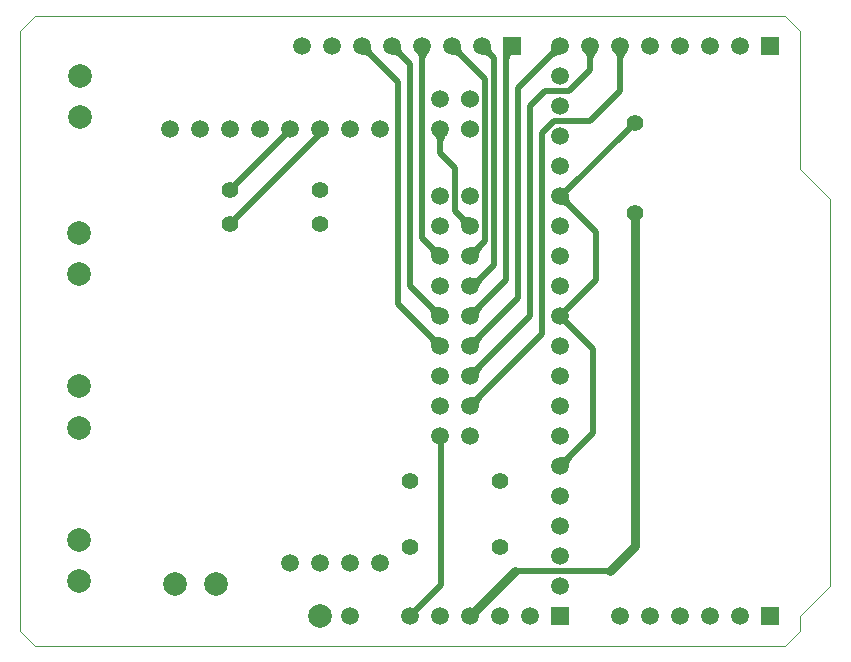
<source format=gbl>
G04*
G04 #@! TF.GenerationSoftware,Altium Limited,Altium Designer,18.0.7 (293)*
G04*
G04 Layer_Physical_Order=4*
G04 Layer_Color=16711680*
%FSLAX25Y25*%
%MOIN*%
G70*
G01*
G75*
%ADD13C,0.00050*%
%ADD14C,0.00051*%
%ADD20C,0.03000*%
%ADD21C,0.02000*%
%ADD22C,0.05906*%
%ADD23C,0.06000*%
%ADD24R,0.05906X0.05906*%
%ADD25C,0.05512*%
%ADD26C,0.07874*%
G36*
X153924Y102510D02*
X153737Y102308D01*
X153570Y102095D01*
X153422Y101873D01*
X153295Y101640D01*
X153188Y101397D01*
X153101Y101144D01*
X153034Y100880D01*
X152987Y100607D01*
X152960Y100323D01*
X152953Y100030D01*
X150030Y102953D01*
X150323Y102960D01*
X150607Y102987D01*
X150880Y103034D01*
X151144Y103101D01*
X151397Y103188D01*
X151640Y103295D01*
X151873Y103422D01*
X152095Y103570D01*
X152308Y103737D01*
X152510Y103924D01*
X153924Y102510D01*
D02*
G37*
G36*
X137692Y103737D02*
X137905Y103570D01*
X138128Y103422D01*
X138360Y103295D01*
X138603Y103188D01*
X138856Y103101D01*
X139120Y103034D01*
X139393Y102987D01*
X139677Y102960D01*
X139971Y102953D01*
X137047Y100030D01*
X137040Y100323D01*
X137013Y100607D01*
X136966Y100880D01*
X136899Y101144D01*
X136812Y101397D01*
X136705Y101640D01*
X136577Y101873D01*
X136430Y102095D01*
X136263Y102308D01*
X136076Y102510D01*
X137490Y103924D01*
X137692Y103737D01*
D02*
G37*
G36*
X153924Y92510D02*
X153737Y92308D01*
X153570Y92095D01*
X153422Y91873D01*
X153295Y91640D01*
X153188Y91397D01*
X153101Y91144D01*
X153034Y90880D01*
X152987Y90607D01*
X152960Y90323D01*
X152953Y90030D01*
X150030Y92953D01*
X150323Y92960D01*
X150607Y92987D01*
X150880Y93034D01*
X151144Y93101D01*
X151397Y93188D01*
X151640Y93295D01*
X151873Y93423D01*
X152095Y93570D01*
X152308Y93737D01*
X152510Y93924D01*
X153924Y92510D01*
D02*
G37*
G36*
Y82510D02*
X153737Y82308D01*
X153570Y82095D01*
X153422Y81872D01*
X153295Y81640D01*
X153188Y81397D01*
X153101Y81143D01*
X153034Y80880D01*
X152987Y80607D01*
X152960Y80323D01*
X152953Y80029D01*
X150030Y82953D01*
X150323Y82960D01*
X150607Y82987D01*
X150880Y83034D01*
X151144Y83101D01*
X151397Y83188D01*
X151640Y83295D01*
X151873Y83422D01*
X152095Y83570D01*
X152308Y83737D01*
X152510Y83924D01*
X153924Y82510D01*
D02*
G37*
G36*
X183924Y62510D02*
X183737Y62308D01*
X183570Y62095D01*
X183423Y61873D01*
X183295Y61640D01*
X183188Y61397D01*
X183101Y61143D01*
X183034Y60880D01*
X182987Y60607D01*
X182960Y60323D01*
X182953Y60030D01*
X180029Y62953D01*
X180323Y62960D01*
X180607Y62987D01*
X180880Y63034D01*
X181143Y63101D01*
X181397Y63188D01*
X181640Y63295D01*
X181872Y63423D01*
X182095Y63570D01*
X182308Y63737D01*
X182510Y63924D01*
X183924Y62510D01*
D02*
G37*
G36*
X137490Y113924D02*
X137692Y113737D01*
X137905Y113570D01*
X138128Y113423D01*
X138360Y113295D01*
X138603Y113188D01*
X138856Y113101D01*
X139120Y113034D01*
X139393Y112987D01*
X139677Y112960D01*
X139971Y112953D01*
X137047Y110029D01*
X137040Y110323D01*
X137013Y110607D01*
X136966Y110880D01*
X136899Y111144D01*
X136812Y111397D01*
X136705Y111640D01*
X136577Y111872D01*
X136430Y112095D01*
X136263Y112308D01*
X136076Y112510D01*
X137490Y113924D01*
D02*
G37*
G36*
X153924Y112510D02*
X153737Y112308D01*
X153570Y112095D01*
X153422Y111872D01*
X153295Y111640D01*
X153188Y111397D01*
X153101Y111144D01*
X153034Y110880D01*
X152987Y110607D01*
X152960Y110323D01*
X152953Y110029D01*
X150030Y112953D01*
X150323Y112960D01*
X150607Y112987D01*
X150880Y113034D01*
X151144Y113101D01*
X151397Y113188D01*
X151640Y113295D01*
X151873Y113423D01*
X152095Y113570D01*
X152308Y113737D01*
X152510Y113924D01*
X153924Y112510D01*
D02*
G37*
G36*
X154164Y121749D02*
X153982Y121556D01*
X153812Y121352D01*
X153653Y121137D01*
X153507Y120911D01*
X153372Y120673D01*
X153249Y120425D01*
X153138Y120166D01*
X153038Y119895D01*
X152874Y119322D01*
X150736Y122860D01*
X151004Y122803D01*
X151266Y122775D01*
X151522Y122774D01*
X151770Y122800D01*
X152013Y122854D01*
X152248Y122936D01*
X152477Y123045D01*
X152699Y123181D01*
X152914Y123346D01*
X153123Y123538D01*
X154164Y121749D01*
D02*
G37*
G36*
X137490Y133924D02*
X137692Y133737D01*
X137905Y133570D01*
X138128Y133423D01*
X138360Y133295D01*
X138603Y133188D01*
X138856Y133101D01*
X139120Y133034D01*
X139393Y132987D01*
X139677Y132960D01*
X139971Y132953D01*
X137047Y130029D01*
X137040Y130323D01*
X137013Y130607D01*
X136966Y130880D01*
X136899Y131143D01*
X136812Y131397D01*
X136705Y131640D01*
X136577Y131872D01*
X136430Y132095D01*
X136263Y132308D01*
X136076Y132510D01*
X137490Y133924D01*
D02*
G37*
G36*
X147490Y143924D02*
X147692Y143737D01*
X147905Y143570D01*
X148127Y143422D01*
X148360Y143295D01*
X148603Y143188D01*
X148856Y143101D01*
X149120Y143034D01*
X149393Y142987D01*
X149677Y142960D01*
X149970Y142953D01*
X147047Y140030D01*
X147040Y140323D01*
X147013Y140607D01*
X146966Y140880D01*
X146899Y141144D01*
X146812Y141397D01*
X146705Y141640D01*
X146578Y141873D01*
X146430Y142095D01*
X146263Y142308D01*
X146076Y142510D01*
X147490Y143924D01*
D02*
G37*
G36*
X153924Y132510D02*
X153737Y132308D01*
X153570Y132095D01*
X153422Y131872D01*
X153295Y131640D01*
X153188Y131397D01*
X153101Y131143D01*
X153034Y130880D01*
X152987Y130607D01*
X152960Y130323D01*
X152953Y130029D01*
X150030Y132953D01*
X150323Y132960D01*
X150607Y132987D01*
X150880Y133034D01*
X151144Y133101D01*
X151397Y133188D01*
X151640Y133295D01*
X151873Y133423D01*
X152095Y133570D01*
X152308Y133737D01*
X152510Y133924D01*
X153924Y132510D01*
D02*
G37*
G36*
X116510Y196076D02*
X116308Y196263D01*
X116095Y196430D01*
X115873Y196578D01*
X115640Y196705D01*
X115397Y196812D01*
X115144Y196899D01*
X114880Y196966D01*
X114607Y197013D01*
X114323Y197040D01*
X114030Y197047D01*
X116953Y199970D01*
X116960Y199677D01*
X116987Y199393D01*
X117034Y199120D01*
X117101Y198856D01*
X117188Y198603D01*
X117295Y198360D01*
X117422Y198127D01*
X117570Y197905D01*
X117737Y197692D01*
X117924Y197490D01*
X116510Y196076D01*
D02*
G37*
G36*
X126510D02*
X126308Y196263D01*
X126095Y196430D01*
X125873Y196578D01*
X125640Y196705D01*
X125397Y196812D01*
X125144Y196899D01*
X124880Y196966D01*
X124607Y197013D01*
X124323Y197040D01*
X124030Y197047D01*
X126953Y199970D01*
X126960Y199677D01*
X126987Y199393D01*
X127034Y199120D01*
X127101Y198856D01*
X127188Y198603D01*
X127295Y198360D01*
X127422Y198127D01*
X127570Y197905D01*
X127737Y197692D01*
X127924Y197490D01*
X126510Y196076D01*
D02*
G37*
G36*
X133000Y195450D02*
X132989Y195726D01*
X132957Y195994D01*
X132904Y196256D01*
X132829Y196511D01*
X132733Y196758D01*
X132616Y196999D01*
X132477Y197232D01*
X132317Y197459D01*
X132136Y197679D01*
X131933Y197891D01*
X136067D01*
X135864Y197679D01*
X135683Y197459D01*
X135523Y197232D01*
X135384Y196999D01*
X135267Y196758D01*
X135171Y196511D01*
X135096Y196256D01*
X135043Y195994D01*
X135011Y195726D01*
X135000Y195450D01*
X133000D01*
D02*
G37*
G36*
X139000Y167891D02*
X138989Y168167D01*
X138957Y168435D01*
X138904Y168697D01*
X138829Y168951D01*
X138733Y169199D01*
X138616Y169440D01*
X138477Y169673D01*
X138317Y169900D01*
X138136Y170120D01*
X137933Y170332D01*
X142067D01*
X141864Y170120D01*
X141683Y169900D01*
X141523Y169673D01*
X141384Y169440D01*
X141267Y169199D01*
X141171Y168951D01*
X141096Y168697D01*
X141043Y168435D01*
X141011Y168167D01*
X141000Y167891D01*
X139000D01*
D02*
G37*
G36*
X146510Y196076D02*
X146308Y196263D01*
X146095Y196430D01*
X145872Y196578D01*
X145640Y196705D01*
X145397Y196812D01*
X145143Y196899D01*
X144880Y196966D01*
X144607Y197013D01*
X144323Y197040D01*
X144029Y197047D01*
X146953Y199970D01*
X146960Y199677D01*
X146987Y199393D01*
X147034Y199120D01*
X147101Y198856D01*
X147188Y198603D01*
X147295Y198360D01*
X147423Y198127D01*
X147570Y197905D01*
X147737Y197692D01*
X147924Y197490D01*
X146510Y196076D01*
D02*
G37*
G36*
X156510D02*
X156308Y196263D01*
X156095Y196430D01*
X155872Y196578D01*
X155640Y196705D01*
X155397Y196812D01*
X155143Y196899D01*
X154880Y196966D01*
X154607Y197013D01*
X154323Y197040D01*
X154030Y197047D01*
X156953Y199970D01*
X156960Y199677D01*
X156987Y199393D01*
X157034Y199120D01*
X157101Y198856D01*
X157188Y198603D01*
X157295Y198360D01*
X157422Y198127D01*
X157570Y197905D01*
X157737Y197692D01*
X157924Y197490D01*
X156510Y196076D01*
D02*
G37*
G36*
X179971Y197047D02*
X179677Y197040D01*
X179393Y197013D01*
X179120Y196966D01*
X178857Y196899D01*
X178603Y196812D01*
X178360Y196705D01*
X178128Y196578D01*
X177905Y196430D01*
X177692Y196263D01*
X177490Y196076D01*
X176076Y197490D01*
X176263Y197692D01*
X176430Y197905D01*
X176577Y198127D01*
X176705Y198360D01*
X176812Y198603D01*
X176899Y198856D01*
X176966Y199120D01*
X177013Y199393D01*
X177040Y199677D01*
X177047Y199970D01*
X179971Y197047D01*
D02*
G37*
G36*
X201864Y197679D02*
X201683Y197459D01*
X201523Y197232D01*
X201384Y196999D01*
X201267Y196758D01*
X201171Y196511D01*
X201096Y196256D01*
X201043Y195994D01*
X201011Y195726D01*
X201000Y195450D01*
X199000D01*
X198989Y195726D01*
X198957Y195994D01*
X198904Y196256D01*
X198829Y196511D01*
X198733Y196758D01*
X198616Y196999D01*
X198477Y197232D01*
X198317Y197459D01*
X198136Y197679D01*
X197933Y197891D01*
X202067D01*
X201864Y197679D01*
D02*
G37*
G36*
X191864D02*
X191683Y197459D01*
X191523Y197232D01*
X191384Y196999D01*
X191267Y196758D01*
X191171Y196511D01*
X191096Y196256D01*
X191043Y195994D01*
X191011Y195726D01*
X191000Y195450D01*
X189000D01*
X188989Y195726D01*
X188957Y195994D01*
X188904Y196256D01*
X188829Y196511D01*
X188733Y196758D01*
X188616Y196999D01*
X188477Y197232D01*
X188317Y197459D01*
X188136Y197679D01*
X187933Y197891D01*
X192067D01*
X191864Y197679D01*
D02*
G37*
G36*
X163810Y197039D02*
X163640Y196979D01*
X163490Y196879D01*
X163360Y196739D01*
X163250Y196559D01*
X163160Y196339D01*
X163090Y196079D01*
X163040Y195779D01*
X163010Y195439D01*
X163000Y195059D01*
X161000D01*
X161059Y197059D01*
X164000D01*
X163810Y197039D01*
D02*
G37*
G36*
X182960Y149677D02*
X182987Y149393D01*
X183034Y149120D01*
X183101Y148856D01*
X183188Y148603D01*
X183295Y148360D01*
X183423Y148127D01*
X183570Y147905D01*
X183737Y147692D01*
X183924Y147490D01*
X182510Y146076D01*
X182308Y146263D01*
X182095Y146430D01*
X181872Y146578D01*
X181640Y146705D01*
X181397Y146812D01*
X181143Y146899D01*
X180880Y146966D01*
X180607Y147013D01*
X180323Y147040D01*
X180029Y147047D01*
X182953Y149970D01*
X182960Y149677D01*
D02*
G37*
D13*
X270013Y20005D02*
G03*
X270013Y20005I-13J0D01*
G01*
Y20000D02*
G03*
X270013Y20000I-13J0D01*
G01*
D02*
G03*
X270013Y20000I-13J0D01*
G01*
X260013Y10000D02*
G03*
X260013Y10000I-13J0D01*
G01*
X270013Y149000D02*
G03*
X270013Y149000I-13J0D01*
G01*
Y20005D02*
G03*
X270013Y20005I-13J0D01*
G01*
Y149000D02*
G03*
X270013Y149000I-13J0D01*
G01*
X260013Y159000D02*
G03*
X260013Y159000I-13J0D01*
G01*
X255013Y0D02*
G03*
X255013Y0I-13J0D01*
G01*
X5013D02*
G03*
X5013Y0I-13J0D01*
G01*
X260013Y5000D02*
G03*
X260013Y5000I-13J0D01*
G01*
X255013Y0D02*
G03*
X255013Y0I-13J0D01*
G01*
X260013Y10000D02*
G03*
X260013Y10000I-13J0D01*
G01*
Y5000D02*
G03*
X260013Y5000I-13J0D01*
G01*
Y205000D02*
G03*
X260013Y205000I-13J0D01*
G01*
Y159000D02*
G03*
X260013Y159000I-13J0D01*
G01*
X260013Y205000D02*
G03*
X260013Y205000I-13J0D01*
G01*
X255023Y209990D02*
G03*
X255023Y209990I-13J0D01*
G01*
X18Y205005D02*
G03*
X18Y205005I-13J0D01*
G01*
X18Y4995D02*
G03*
X18Y4995I-13J0D01*
G01*
X5003Y209990D02*
G03*
X5003Y209990I-13J0D01*
G01*
X18Y205005D02*
G03*
X18Y205005I-13J0D01*
G01*
X255013Y209990D02*
G03*
X255013Y209990I-13J0D01*
G01*
X5003D02*
G03*
X5003Y209990I-13J0D01*
G01*
X5013Y0D02*
G03*
X5013Y0I-13J0D01*
G01*
X18Y4995D02*
G03*
X18Y4995I-13J0D01*
G01*
X270000Y20000D02*
Y20005D01*
X260000Y10000D02*
X270000Y20000D01*
Y20005D02*
Y149000D01*
X260000Y159000D02*
X270000Y149000D01*
X5000Y0D02*
X255000D01*
X260000Y5000D01*
Y10000D01*
Y159000D02*
Y205000D01*
X255010Y209990D02*
X260000Y205000D01*
X5Y4995D02*
X5Y205005D01*
X4990Y209990D01*
X255000D01*
X5Y4995D02*
X5000Y0D01*
D14*
X270000Y20000D02*
Y20005D01*
D20*
X196496Y25000D02*
X204724Y33228D01*
Y144449D01*
X150000Y10000D02*
X165000Y25000D01*
D21*
X196496D01*
X100000Y170748D02*
Y172500D01*
X70039Y140787D02*
X100000Y170748D01*
X90000Y172087D02*
Y172500D01*
X70039Y152126D02*
X90000Y172087D01*
X192000Y122000D02*
Y138000D01*
X180000Y110000D02*
X192000Y122000D01*
X180000Y150000D02*
X192000Y138000D01*
X180276Y150000D02*
X204724Y174449D01*
X180000Y150000D02*
X180276D01*
X140000Y70000D02*
X140315Y69685D01*
Y20315D02*
Y69685D01*
X130000Y10000D02*
X140315Y20315D01*
X145039Y144961D02*
X150000Y140000D01*
X145039Y144961D02*
Y159213D01*
X140000Y164252D02*
X145039Y159213D01*
X140000Y164252D02*
Y172441D01*
X154000Y200000D02*
X158000Y196000D01*
Y127000D02*
Y196000D01*
X151000Y120000D02*
X158000Y127000D01*
X144000Y200000D02*
X155000Y189000D01*
Y135000D02*
Y189000D01*
X150000Y130000D02*
X155000Y135000D01*
X150000Y120000D02*
X151000D01*
X162000Y198000D02*
X164000Y200000D01*
X162000Y122000D02*
Y198000D01*
X150000Y110000D02*
X162000Y122000D01*
X114000Y200000D02*
X126000Y188000D01*
Y114000D02*
Y188000D01*
Y114000D02*
X140000Y100000D01*
X124000Y200000D02*
X130000Y194000D01*
Y120000D02*
Y194000D01*
Y120000D02*
X140000Y110000D01*
X134000Y136000D02*
Y200000D01*
Y136000D02*
X140000Y130000D01*
X200000Y185000D02*
Y200000D01*
X190000Y175000D02*
X200000Y185000D01*
X177996Y175000D02*
X190000D01*
X174000Y171004D02*
X177996Y175000D01*
X174000Y104000D02*
Y171004D01*
X150000Y80000D02*
X174000Y104000D01*
X190000Y192000D02*
Y200000D01*
X183000Y185000D02*
X190000Y192000D01*
X175000Y185000D02*
X183000D01*
X170000Y180000D02*
X175000Y185000D01*
X170000Y110000D02*
Y180000D01*
X150000Y90000D02*
X170000Y110000D01*
X166000Y186000D02*
X180000Y200000D01*
X166000Y116000D02*
Y186000D01*
X150000Y100000D02*
X166000Y116000D01*
X180000Y110000D02*
X191000Y99000D01*
X180000Y60000D02*
X191000Y71000D01*
Y99000D01*
D22*
X50000Y172500D02*
D03*
X60000D02*
D03*
X70000D02*
D03*
X80000D02*
D03*
X90000D02*
D03*
X100000D02*
D03*
X110000D02*
D03*
X120000D02*
D03*
X140000Y70000D02*
D03*
X150000D02*
D03*
X140000Y80000D02*
D03*
X150000D02*
D03*
Y90000D02*
D03*
X140000D02*
D03*
Y100000D02*
D03*
X150000D02*
D03*
X140000Y110000D02*
D03*
X150000D02*
D03*
Y120000D02*
D03*
X140000D02*
D03*
Y130000D02*
D03*
Y140000D02*
D03*
X150000Y150000D02*
D03*
X140000D02*
D03*
X150000Y130000D02*
D03*
Y140000D02*
D03*
X140000Y182441D02*
D03*
Y172441D02*
D03*
X180000Y190000D02*
D03*
Y180000D02*
D03*
Y170000D02*
D03*
Y160000D02*
D03*
Y150000D02*
D03*
Y140000D02*
D03*
Y130000D02*
D03*
Y120000D02*
D03*
Y110000D02*
D03*
Y100000D02*
D03*
Y90000D02*
D03*
Y80000D02*
D03*
Y70000D02*
D03*
Y60000D02*
D03*
Y50000D02*
D03*
Y40000D02*
D03*
Y30000D02*
D03*
Y20000D02*
D03*
X114000Y200000D02*
D03*
X124000D02*
D03*
X134000D02*
D03*
X144000D02*
D03*
X154000D02*
D03*
X180000D02*
D03*
X190000D02*
D03*
X200000D02*
D03*
X210000D02*
D03*
X220000D02*
D03*
X230000D02*
D03*
X240000D02*
D03*
Y10000D02*
D03*
X230000D02*
D03*
X220000D02*
D03*
X210000D02*
D03*
X200000D02*
D03*
X170000D02*
D03*
X160000D02*
D03*
X150000D02*
D03*
X140000D02*
D03*
X130000D02*
D03*
X104000Y200000D02*
D03*
X94000D02*
D03*
X90000Y27559D02*
D03*
X100000D02*
D03*
X110000D02*
D03*
X120000D02*
D03*
X110000Y10000D02*
D03*
D23*
X150000Y172441D02*
D03*
Y182441D02*
D03*
D24*
X164000Y200000D02*
D03*
X250000D02*
D03*
Y10000D02*
D03*
X180000D02*
D03*
D25*
X130000Y33000D02*
D03*
X160000D02*
D03*
X130000Y55000D02*
D03*
X160000D02*
D03*
X204724Y144449D02*
D03*
Y174449D02*
D03*
X100039Y152126D02*
D03*
X70039D02*
D03*
X100039Y140787D02*
D03*
X70039D02*
D03*
D26*
X100000Y10000D02*
D03*
X51400Y20800D02*
D03*
X65180D02*
D03*
X19685Y35433D02*
D03*
Y21654D02*
D03*
Y86614D02*
D03*
Y72835D02*
D03*
Y137795D02*
D03*
Y124016D02*
D03*
X20000Y190000D02*
D03*
Y176221D02*
D03*
M02*

</source>
